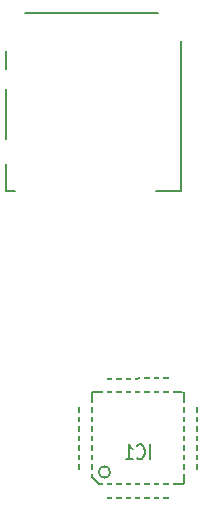
<source format=gbo>
G04 (created by PCBNEW (2013-jul-07)-stable) date 2015年01月19日 01時15分13秒*
%MOIN*%
G04 Gerber Fmt 3.4, Leading zero omitted, Abs format*
%FSLAX34Y34*%
G01*
G70*
G90*
G04 APERTURE LIST*
%ADD10C,0.00590551*%
%ADD11C,0.006*%
%ADD12C,0.008*%
%ADD13R,0.0787X0.0177*%
%ADD14R,0.0177X0.0787*%
%ADD15R,0.06X0.06*%
%ADD16C,0.06*%
%ADD17C,0.066*%
%ADD18C,0.056*%
%ADD19R,0.0393701X0.0866142*%
%ADD20R,0.0275591X0.0866142*%
%ADD21R,0.0255906X0.0866142*%
%ADD22R,0.0787402X0.0472441*%
%ADD23R,0.0787402X0.0314961*%
%ADD24R,0.0787402X0.110236*%
%ADD25R,0.0905512X0.0748031*%
%ADD26R,0.055X0.055*%
%ADD27C,0.055*%
%ADD28C,0.0787402*%
%ADD29C,0.244094*%
%ADD30C,0.035*%
G04 APERTURE END LIST*
G54D10*
G54D11*
X32098Y-29815D02*
X31648Y-29815D01*
X32098Y-31995D02*
X31658Y-31995D01*
X32098Y-29815D02*
X32098Y-31995D01*
X31218Y-29345D02*
X31218Y-28915D01*
X29008Y-29335D02*
X29008Y-28915D01*
X28998Y-28915D02*
X31218Y-28905D01*
X29018Y-32885D02*
X31188Y-32895D01*
X28588Y-32195D02*
X28588Y-29365D01*
X31198Y-32885D02*
X31198Y-32475D01*
X28838Y-32435D02*
X31618Y-32435D01*
X31638Y-29355D02*
X31638Y-32395D01*
X28588Y-29355D02*
X31588Y-29355D01*
X28138Y-32025D02*
X28138Y-29805D01*
X28138Y-29805D02*
X28588Y-29805D01*
X28592Y-32205D02*
X28822Y-32435D01*
X28140Y-32025D02*
X28592Y-32025D01*
X29018Y-32435D02*
X29018Y-32887D01*
X29188Y-32031D02*
G75*
G03X29188Y-32031I-188J0D01*
G74*
G01*
G54D10*
X26338Y-16732D02*
X30787Y-16732D01*
X25708Y-18582D02*
X25708Y-17992D01*
X25708Y-20944D02*
X25708Y-19251D01*
X26023Y-22677D02*
X25708Y-22677D01*
X25708Y-22677D02*
X25708Y-21771D01*
X31535Y-17677D02*
X31535Y-22677D01*
X31535Y-22677D02*
X30708Y-22677D01*
G54D12*
X30508Y-31607D02*
X30508Y-31107D01*
X30089Y-31560D02*
X30108Y-31584D01*
X30165Y-31607D01*
X30203Y-31607D01*
X30260Y-31584D01*
X30299Y-31536D01*
X30318Y-31488D01*
X30337Y-31393D01*
X30337Y-31322D01*
X30318Y-31226D01*
X30299Y-31179D01*
X30260Y-31131D01*
X30203Y-31107D01*
X30165Y-31107D01*
X30108Y-31131D01*
X30089Y-31155D01*
X29708Y-31607D02*
X29937Y-31607D01*
X29822Y-31607D02*
X29822Y-31107D01*
X29860Y-31179D01*
X29899Y-31226D01*
X29937Y-31250D01*
%LPC*%
G54D13*
X28222Y-29812D03*
X28222Y-30127D03*
X28222Y-30442D03*
X28222Y-30757D03*
X28222Y-31072D03*
X28222Y-31387D03*
X28222Y-31702D03*
X28222Y-32017D03*
X31988Y-32015D03*
X31988Y-29805D03*
X31988Y-30125D03*
X31988Y-30445D03*
X31988Y-30755D03*
X31988Y-31075D03*
X31988Y-31385D03*
X31988Y-31705D03*
G54D14*
X29006Y-32805D03*
X29320Y-32805D03*
X29636Y-32805D03*
X29950Y-32805D03*
X30266Y-32805D03*
X30580Y-32805D03*
X30896Y-32805D03*
X31210Y-32805D03*
X29008Y-29025D03*
X29318Y-29025D03*
X29638Y-29025D03*
X29948Y-29025D03*
X30258Y-29025D03*
X30578Y-29025D03*
X30898Y-29025D03*
X31218Y-29025D03*
G54D15*
X30724Y-25681D03*
G54D16*
X30724Y-26681D03*
X29724Y-25681D03*
X29724Y-26681D03*
X28724Y-25681D03*
X28724Y-26681D03*
G54D15*
X31968Y-24437D03*
G54D16*
X31968Y-23437D03*
G54D17*
X24803Y-20578D03*
X24803Y-19578D03*
G54D18*
X26377Y-31283D03*
X26377Y-33283D03*
G54D19*
X30334Y-23228D03*
G54D20*
X29724Y-23228D03*
X29291Y-23228D03*
X28858Y-23228D03*
X28425Y-23228D03*
X27992Y-23228D03*
X27559Y-23228D03*
X27125Y-23228D03*
G54D21*
X26692Y-23228D03*
X26318Y-23228D03*
G54D22*
X25748Y-21338D03*
G54D23*
X25748Y-18897D03*
G54D24*
X25748Y-17263D03*
G54D25*
X31456Y-17086D03*
G54D26*
X25035Y-36452D03*
G54D27*
X25035Y-37452D03*
X25035Y-38452D03*
X25035Y-39452D03*
X28035Y-39452D03*
X28035Y-38452D03*
X28035Y-37452D03*
X28035Y-36452D03*
G54D26*
X29681Y-35401D03*
G54D27*
X29681Y-36401D03*
X29681Y-37401D03*
X29681Y-38401D03*
X29681Y-39401D03*
X32681Y-39401D03*
X32681Y-38401D03*
X32681Y-37401D03*
X32681Y-36401D03*
X32681Y-35401D03*
X24803Y-32964D03*
X24803Y-33964D03*
X24803Y-31602D03*
X24803Y-30602D03*
X31929Y-25681D03*
X31929Y-26681D03*
X32086Y-21153D03*
X32086Y-22153D03*
G54D28*
X27066Y-27854D03*
X27066Y-29625D03*
X24507Y-29625D03*
X24507Y-27854D03*
X27066Y-25098D03*
X27066Y-26870D03*
X24507Y-26870D03*
X24507Y-25098D03*
G54D27*
X26484Y-35314D03*
X25484Y-35314D03*
X27216Y-35314D03*
X28216Y-35314D03*
X24803Y-22334D03*
X24803Y-23334D03*
G54D15*
X28858Y-39413D03*
G54D16*
X28858Y-38413D03*
X28858Y-37413D03*
X28858Y-36413D03*
G54D15*
X29240Y-33858D03*
G54D16*
X28240Y-33858D03*
G54D29*
X25196Y-42519D03*
X31889Y-42519D03*
G54D30*
X27716Y-28818D03*
X27716Y-32677D03*
X25275Y-27401D03*
X26338Y-27401D03*
X31692Y-36929D03*
X30590Y-36929D03*
X32795Y-25039D03*
X32047Y-33740D03*
X28375Y-24600D03*
X29375Y-24600D03*
X28125Y-26575D03*
X28125Y-25575D03*
X27675Y-26575D03*
X27675Y-25575D03*
X28175Y-24150D03*
X29175Y-24150D03*
X31100Y-27625D03*
X29925Y-27625D03*
X31417Y-33740D03*
X30905Y-24291D03*
X31692Y-35354D03*
X30590Y-35314D03*
M02*

</source>
